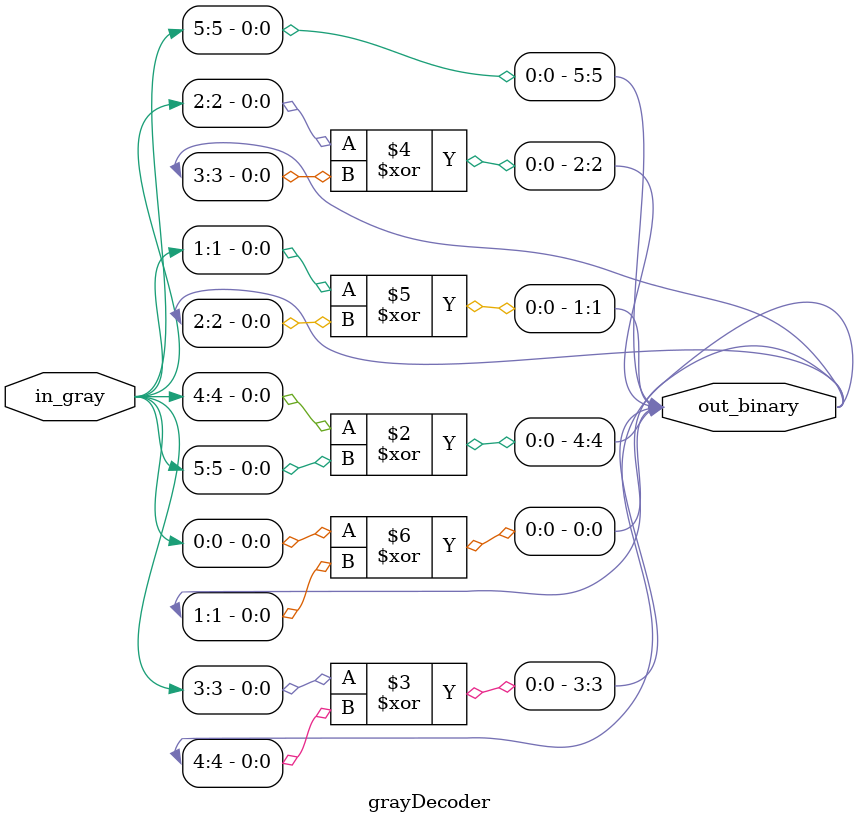
<source format=sv>
module grayDecoder#(parameter WIDTH = 6)
(
    input  logic [WIDTH-1:0] in_gray,
    output logic [WIDTH-1:0] out_binary
);
    assign out_binary[WIDTH-1] = in_gray[WIDTH-1];

    generate
        for(genvar i = WIDTH-2; i >= 0; i--)begin : generate_grayCode_decoder
            assign out_binary[i] = in_gray[i] ^ out_binary[i+1];
        end
    endgenerate

    //####  END resut we wanna achieve ######
    //assign out_binary[3] = in_gray[3];
    //assign out_binary[2] = in_gray[2] ^ out_binary[3];
    //assign out_binary[1] = in_gray[1] ^ out_binary[2];
    //assign out_binary[0] = in_gray[0] ^ out_binary[1];

endmodule
</source>
